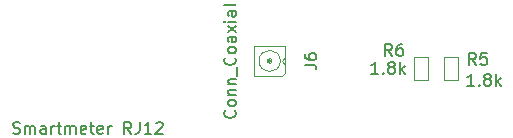
<source format=gbr>
%TF.GenerationSoftware,KiCad,Pcbnew,5.1.9+dfsg1-1*%
%TF.CreationDate,2021-05-22T15:32:01+02:00*%
%TF.ProjectId,smartyreader_ng_lora,736d6172-7479-4726-9561-6465725f6e67,rev?*%
%TF.SameCoordinates,Original*%
%TF.FileFunction,Other,Fab,Top*%
%FSLAX46Y46*%
G04 Gerber Fmt 4.6, Leading zero omitted, Abs format (unit mm)*
G04 Created by KiCad (PCBNEW 5.1.9+dfsg1-1) date 2021-05-22 15:32:01*
%MOMM*%
%LPD*%
G01*
G04 APERTURE LIST*
%ADD10C,0.100000*%
%ADD11C,0.150000*%
G04 APERTURE END LIST*
D10*
%TO.C,J6*%
X124087000Y-111125000D02*
X124387000Y-110825000D01*
X124387000Y-111425000D02*
X124087000Y-111125000D01*
X123137000Y-111125000D02*
G75*
G03*
X123137000Y-111125000I-50000J0D01*
G01*
X123212000Y-111125000D02*
G75*
G03*
X123212000Y-111125000I-125000J0D01*
G01*
X123987000Y-111125000D02*
G75*
G03*
X123987000Y-111125000I-900000J0D01*
G01*
X121787000Y-112425000D02*
X121787000Y-109825000D01*
X121787000Y-112425000D02*
X124087000Y-112425000D01*
X124087000Y-112425000D02*
X124387000Y-112125000D01*
X121787000Y-109825000D02*
X124387000Y-109825000D01*
X124387000Y-112125000D02*
X124387000Y-109825000D01*
X123287000Y-111125000D02*
G75*
G03*
X123287000Y-111125000I-200000J0D01*
G01*
%TO.C,R5*%
X139050000Y-112760000D02*
X137810000Y-112760000D01*
X139050000Y-110760000D02*
X139050000Y-112760000D01*
X137810000Y-110760000D02*
X139050000Y-110760000D01*
X137810000Y-112760000D02*
X137810000Y-110760000D01*
%TO.C,R6*%
X136510000Y-112760000D02*
X135270000Y-112760000D01*
X136510000Y-110760000D02*
X136510000Y-112760000D01*
X135270000Y-110760000D02*
X136510000Y-110760000D01*
X135270000Y-112760000D02*
X135270000Y-110760000D01*
%TD*%
%TO.C,J6*%
D11*
X120142142Y-115315476D02*
X120189761Y-115363095D01*
X120237380Y-115505952D01*
X120237380Y-115601190D01*
X120189761Y-115744047D01*
X120094523Y-115839285D01*
X119999285Y-115886904D01*
X119808809Y-115934523D01*
X119665952Y-115934523D01*
X119475476Y-115886904D01*
X119380238Y-115839285D01*
X119285000Y-115744047D01*
X119237380Y-115601190D01*
X119237380Y-115505952D01*
X119285000Y-115363095D01*
X119332619Y-115315476D01*
X120237380Y-114744047D02*
X120189761Y-114839285D01*
X120142142Y-114886904D01*
X120046904Y-114934523D01*
X119761190Y-114934523D01*
X119665952Y-114886904D01*
X119618333Y-114839285D01*
X119570714Y-114744047D01*
X119570714Y-114601190D01*
X119618333Y-114505952D01*
X119665952Y-114458333D01*
X119761190Y-114410714D01*
X120046904Y-114410714D01*
X120142142Y-114458333D01*
X120189761Y-114505952D01*
X120237380Y-114601190D01*
X120237380Y-114744047D01*
X119570714Y-113982142D02*
X120237380Y-113982142D01*
X119665952Y-113982142D02*
X119618333Y-113934523D01*
X119570714Y-113839285D01*
X119570714Y-113696428D01*
X119618333Y-113601190D01*
X119713571Y-113553571D01*
X120237380Y-113553571D01*
X119570714Y-113077380D02*
X120237380Y-113077380D01*
X119665952Y-113077380D02*
X119618333Y-113029761D01*
X119570714Y-112934523D01*
X119570714Y-112791666D01*
X119618333Y-112696428D01*
X119713571Y-112648809D01*
X120237380Y-112648809D01*
X120332619Y-112410714D02*
X120332619Y-111648809D01*
X120142142Y-110839285D02*
X120189761Y-110886904D01*
X120237380Y-111029761D01*
X120237380Y-111125000D01*
X120189761Y-111267857D01*
X120094523Y-111363095D01*
X119999285Y-111410714D01*
X119808809Y-111458333D01*
X119665952Y-111458333D01*
X119475476Y-111410714D01*
X119380238Y-111363095D01*
X119285000Y-111267857D01*
X119237380Y-111125000D01*
X119237380Y-111029761D01*
X119285000Y-110886904D01*
X119332619Y-110839285D01*
X120237380Y-110267857D02*
X120189761Y-110363095D01*
X120142142Y-110410714D01*
X120046904Y-110458333D01*
X119761190Y-110458333D01*
X119665952Y-110410714D01*
X119618333Y-110363095D01*
X119570714Y-110267857D01*
X119570714Y-110125000D01*
X119618333Y-110029761D01*
X119665952Y-109982142D01*
X119761190Y-109934523D01*
X120046904Y-109934523D01*
X120142142Y-109982142D01*
X120189761Y-110029761D01*
X120237380Y-110125000D01*
X120237380Y-110267857D01*
X120237380Y-109077380D02*
X119713571Y-109077380D01*
X119618333Y-109125000D01*
X119570714Y-109220238D01*
X119570714Y-109410714D01*
X119618333Y-109505952D01*
X120189761Y-109077380D02*
X120237380Y-109172619D01*
X120237380Y-109410714D01*
X120189761Y-109505952D01*
X120094523Y-109553571D01*
X119999285Y-109553571D01*
X119904047Y-109505952D01*
X119856428Y-109410714D01*
X119856428Y-109172619D01*
X119808809Y-109077380D01*
X120237380Y-108696428D02*
X119570714Y-108172619D01*
X119570714Y-108696428D02*
X120237380Y-108172619D01*
X120237380Y-107791666D02*
X119570714Y-107791666D01*
X119237380Y-107791666D02*
X119285000Y-107839285D01*
X119332619Y-107791666D01*
X119285000Y-107744047D01*
X119237380Y-107791666D01*
X119332619Y-107791666D01*
X120237380Y-106886904D02*
X119713571Y-106886904D01*
X119618333Y-106934523D01*
X119570714Y-107029761D01*
X119570714Y-107220238D01*
X119618333Y-107315476D01*
X120189761Y-106886904D02*
X120237380Y-106982142D01*
X120237380Y-107220238D01*
X120189761Y-107315476D01*
X120094523Y-107363095D01*
X119999285Y-107363095D01*
X119904047Y-107315476D01*
X119856428Y-107220238D01*
X119856428Y-106982142D01*
X119808809Y-106886904D01*
X120237380Y-106267857D02*
X120189761Y-106363095D01*
X120094523Y-106410714D01*
X119237380Y-106410714D01*
X126039380Y-111458333D02*
X126753666Y-111458333D01*
X126896523Y-111505952D01*
X126991761Y-111601190D01*
X127039380Y-111744047D01*
X127039380Y-111839285D01*
X126039380Y-110553571D02*
X126039380Y-110744047D01*
X126087000Y-110839285D01*
X126134619Y-110886904D01*
X126277476Y-110982142D01*
X126467952Y-111029761D01*
X126848904Y-111029761D01*
X126944142Y-110982142D01*
X126991761Y-110934523D01*
X127039380Y-110839285D01*
X127039380Y-110648809D01*
X126991761Y-110553571D01*
X126944142Y-110505952D01*
X126848904Y-110458333D01*
X126610809Y-110458333D01*
X126515571Y-110505952D01*
X126467952Y-110553571D01*
X126420333Y-110648809D01*
X126420333Y-110839285D01*
X126467952Y-110934523D01*
X126515571Y-110982142D01*
X126610809Y-111029761D01*
%TO.C,R5*%
X140390666Y-113228380D02*
X139819238Y-113228380D01*
X140104952Y-113228380D02*
X140104952Y-112228380D01*
X140009714Y-112371238D01*
X139914476Y-112466476D01*
X139819238Y-112514095D01*
X140819238Y-113133142D02*
X140866857Y-113180761D01*
X140819238Y-113228380D01*
X140771619Y-113180761D01*
X140819238Y-113133142D01*
X140819238Y-113228380D01*
X141438285Y-112656952D02*
X141343047Y-112609333D01*
X141295428Y-112561714D01*
X141247809Y-112466476D01*
X141247809Y-112418857D01*
X141295428Y-112323619D01*
X141343047Y-112276000D01*
X141438285Y-112228380D01*
X141628761Y-112228380D01*
X141724000Y-112276000D01*
X141771619Y-112323619D01*
X141819238Y-112418857D01*
X141819238Y-112466476D01*
X141771619Y-112561714D01*
X141724000Y-112609333D01*
X141628761Y-112656952D01*
X141438285Y-112656952D01*
X141343047Y-112704571D01*
X141295428Y-112752190D01*
X141247809Y-112847428D01*
X141247809Y-113037904D01*
X141295428Y-113133142D01*
X141343047Y-113180761D01*
X141438285Y-113228380D01*
X141628761Y-113228380D01*
X141724000Y-113180761D01*
X141771619Y-113133142D01*
X141819238Y-113037904D01*
X141819238Y-112847428D01*
X141771619Y-112752190D01*
X141724000Y-112704571D01*
X141628761Y-112656952D01*
X142247809Y-113228380D02*
X142247809Y-112228380D01*
X142343047Y-112847428D02*
X142628761Y-113228380D01*
X142628761Y-112561714D02*
X142247809Y-112942666D01*
X140549333Y-111450380D02*
X140216000Y-110974190D01*
X139977904Y-111450380D02*
X139977904Y-110450380D01*
X140358857Y-110450380D01*
X140454095Y-110498000D01*
X140501714Y-110545619D01*
X140549333Y-110640857D01*
X140549333Y-110783714D01*
X140501714Y-110878952D01*
X140454095Y-110926571D01*
X140358857Y-110974190D01*
X139977904Y-110974190D01*
X141454095Y-110450380D02*
X140977904Y-110450380D01*
X140930285Y-110926571D01*
X140977904Y-110878952D01*
X141073142Y-110831333D01*
X141311238Y-110831333D01*
X141406476Y-110878952D01*
X141454095Y-110926571D01*
X141501714Y-111021809D01*
X141501714Y-111259904D01*
X141454095Y-111355142D01*
X141406476Y-111402761D01*
X141311238Y-111450380D01*
X141073142Y-111450380D01*
X140977904Y-111402761D01*
X140930285Y-111355142D01*
%TO.C,R6*%
X132262666Y-112212380D02*
X131691238Y-112212380D01*
X131976952Y-112212380D02*
X131976952Y-111212380D01*
X131881714Y-111355238D01*
X131786476Y-111450476D01*
X131691238Y-111498095D01*
X132691238Y-112117142D02*
X132738857Y-112164761D01*
X132691238Y-112212380D01*
X132643619Y-112164761D01*
X132691238Y-112117142D01*
X132691238Y-112212380D01*
X133310285Y-111640952D02*
X133215047Y-111593333D01*
X133167428Y-111545714D01*
X133119809Y-111450476D01*
X133119809Y-111402857D01*
X133167428Y-111307619D01*
X133215047Y-111260000D01*
X133310285Y-111212380D01*
X133500761Y-111212380D01*
X133596000Y-111260000D01*
X133643619Y-111307619D01*
X133691238Y-111402857D01*
X133691238Y-111450476D01*
X133643619Y-111545714D01*
X133596000Y-111593333D01*
X133500761Y-111640952D01*
X133310285Y-111640952D01*
X133215047Y-111688571D01*
X133167428Y-111736190D01*
X133119809Y-111831428D01*
X133119809Y-112021904D01*
X133167428Y-112117142D01*
X133215047Y-112164761D01*
X133310285Y-112212380D01*
X133500761Y-112212380D01*
X133596000Y-112164761D01*
X133643619Y-112117142D01*
X133691238Y-112021904D01*
X133691238Y-111831428D01*
X133643619Y-111736190D01*
X133596000Y-111688571D01*
X133500761Y-111640952D01*
X134119809Y-112212380D02*
X134119809Y-111212380D01*
X134215047Y-111831428D02*
X134500761Y-112212380D01*
X134500761Y-111545714D02*
X134119809Y-111926666D01*
X133437333Y-110688380D02*
X133104000Y-110212190D01*
X132865904Y-110688380D02*
X132865904Y-109688380D01*
X133246857Y-109688380D01*
X133342095Y-109736000D01*
X133389714Y-109783619D01*
X133437333Y-109878857D01*
X133437333Y-110021714D01*
X133389714Y-110116952D01*
X133342095Y-110164571D01*
X133246857Y-110212190D01*
X132865904Y-110212190D01*
X134294476Y-109688380D02*
X134104000Y-109688380D01*
X134008761Y-109736000D01*
X133961142Y-109783619D01*
X133865904Y-109926476D01*
X133818285Y-110116952D01*
X133818285Y-110497904D01*
X133865904Y-110593142D01*
X133913523Y-110640761D01*
X134008761Y-110688380D01*
X134199238Y-110688380D01*
X134294476Y-110640761D01*
X134342095Y-110593142D01*
X134389714Y-110497904D01*
X134389714Y-110259809D01*
X134342095Y-110164571D01*
X134294476Y-110116952D01*
X134199238Y-110069333D01*
X134008761Y-110069333D01*
X133913523Y-110116952D01*
X133865904Y-110164571D01*
X133818285Y-110259809D01*
%TO.C,J1*%
X101362666Y-117244761D02*
X101505523Y-117292380D01*
X101743619Y-117292380D01*
X101838857Y-117244761D01*
X101886476Y-117197142D01*
X101934095Y-117101904D01*
X101934095Y-117006666D01*
X101886476Y-116911428D01*
X101838857Y-116863809D01*
X101743619Y-116816190D01*
X101553142Y-116768571D01*
X101457904Y-116720952D01*
X101410285Y-116673333D01*
X101362666Y-116578095D01*
X101362666Y-116482857D01*
X101410285Y-116387619D01*
X101457904Y-116340000D01*
X101553142Y-116292380D01*
X101791238Y-116292380D01*
X101934095Y-116340000D01*
X102362666Y-117292380D02*
X102362666Y-116625714D01*
X102362666Y-116720952D02*
X102410285Y-116673333D01*
X102505523Y-116625714D01*
X102648380Y-116625714D01*
X102743619Y-116673333D01*
X102791238Y-116768571D01*
X102791238Y-117292380D01*
X102791238Y-116768571D02*
X102838857Y-116673333D01*
X102934095Y-116625714D01*
X103076952Y-116625714D01*
X103172190Y-116673333D01*
X103219809Y-116768571D01*
X103219809Y-117292380D01*
X104124571Y-117292380D02*
X104124571Y-116768571D01*
X104076952Y-116673333D01*
X103981714Y-116625714D01*
X103791238Y-116625714D01*
X103696000Y-116673333D01*
X104124571Y-117244761D02*
X104029333Y-117292380D01*
X103791238Y-117292380D01*
X103696000Y-117244761D01*
X103648380Y-117149523D01*
X103648380Y-117054285D01*
X103696000Y-116959047D01*
X103791238Y-116911428D01*
X104029333Y-116911428D01*
X104124571Y-116863809D01*
X104600761Y-117292380D02*
X104600761Y-116625714D01*
X104600761Y-116816190D02*
X104648380Y-116720952D01*
X104696000Y-116673333D01*
X104791238Y-116625714D01*
X104886476Y-116625714D01*
X105076952Y-116625714D02*
X105457904Y-116625714D01*
X105219809Y-116292380D02*
X105219809Y-117149523D01*
X105267428Y-117244761D01*
X105362666Y-117292380D01*
X105457904Y-117292380D01*
X105791238Y-117292380D02*
X105791238Y-116625714D01*
X105791238Y-116720952D02*
X105838857Y-116673333D01*
X105934095Y-116625714D01*
X106076952Y-116625714D01*
X106172190Y-116673333D01*
X106219809Y-116768571D01*
X106219809Y-117292380D01*
X106219809Y-116768571D02*
X106267428Y-116673333D01*
X106362666Y-116625714D01*
X106505523Y-116625714D01*
X106600761Y-116673333D01*
X106648380Y-116768571D01*
X106648380Y-117292380D01*
X107505523Y-117244761D02*
X107410285Y-117292380D01*
X107219809Y-117292380D01*
X107124571Y-117244761D01*
X107076952Y-117149523D01*
X107076952Y-116768571D01*
X107124571Y-116673333D01*
X107219809Y-116625714D01*
X107410285Y-116625714D01*
X107505523Y-116673333D01*
X107553142Y-116768571D01*
X107553142Y-116863809D01*
X107076952Y-116959047D01*
X107838857Y-116625714D02*
X108219809Y-116625714D01*
X107981714Y-116292380D02*
X107981714Y-117149523D01*
X108029333Y-117244761D01*
X108124571Y-117292380D01*
X108219809Y-117292380D01*
X108934095Y-117244761D02*
X108838857Y-117292380D01*
X108648380Y-117292380D01*
X108553142Y-117244761D01*
X108505523Y-117149523D01*
X108505523Y-116768571D01*
X108553142Y-116673333D01*
X108648380Y-116625714D01*
X108838857Y-116625714D01*
X108934095Y-116673333D01*
X108981714Y-116768571D01*
X108981714Y-116863809D01*
X108505523Y-116959047D01*
X109410285Y-117292380D02*
X109410285Y-116625714D01*
X109410285Y-116816190D02*
X109457904Y-116720952D01*
X109505523Y-116673333D01*
X109600761Y-116625714D01*
X109696000Y-116625714D01*
X111362666Y-117292380D02*
X111029333Y-116816190D01*
X110791238Y-117292380D02*
X110791238Y-116292380D01*
X111172190Y-116292380D01*
X111267428Y-116340000D01*
X111315047Y-116387619D01*
X111362666Y-116482857D01*
X111362666Y-116625714D01*
X111315047Y-116720952D01*
X111267428Y-116768571D01*
X111172190Y-116816190D01*
X110791238Y-116816190D01*
X112076952Y-116292380D02*
X112076952Y-117006666D01*
X112029333Y-117149523D01*
X111934095Y-117244761D01*
X111791238Y-117292380D01*
X111696000Y-117292380D01*
X113076952Y-117292380D02*
X112505523Y-117292380D01*
X112791238Y-117292380D02*
X112791238Y-116292380D01*
X112696000Y-116435238D01*
X112600761Y-116530476D01*
X112505523Y-116578095D01*
X113457904Y-116387619D02*
X113505523Y-116340000D01*
X113600761Y-116292380D01*
X113838857Y-116292380D01*
X113934095Y-116340000D01*
X113981714Y-116387619D01*
X114029333Y-116482857D01*
X114029333Y-116578095D01*
X113981714Y-116720952D01*
X113410285Y-117292380D01*
X114029333Y-117292380D01*
%TD*%
M02*

</source>
